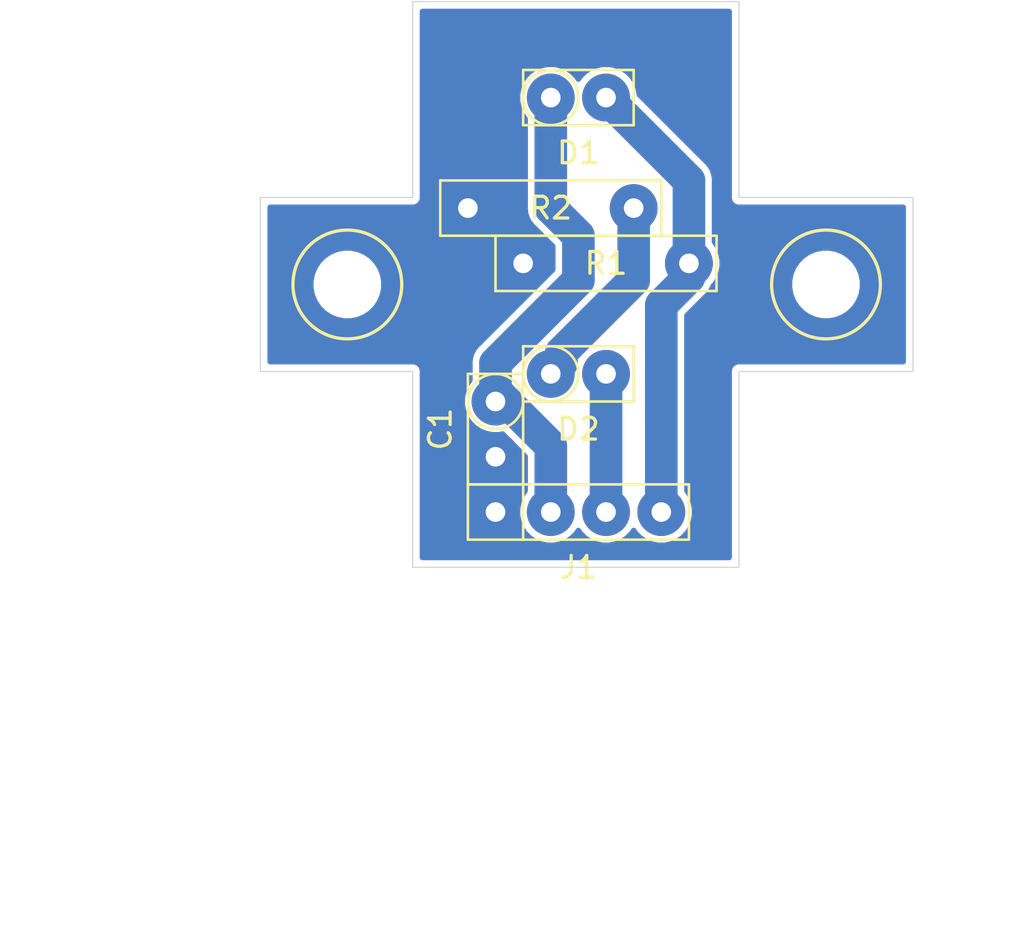
<source format=kicad_pcb>
(kicad_pcb (version 20171130) (host pcbnew "(5.1.6)-1")

  (general
    (thickness 1.6)
    (drawings 23)
    (tracks 18)
    (zones 0)
    (modules 8)
    (nets 6)
  )

  (page A4)
  (layers
    (0 F.Cu signal)
    (31 B.Cu signal)
    (32 B.Adhes user)
    (33 F.Adhes user)
    (34 B.Paste user)
    (35 F.Paste user)
    (36 B.SilkS user)
    (37 F.SilkS user)
    (38 B.Mask user)
    (39 F.Mask user)
    (40 Dwgs.User user)
    (41 Cmts.User user)
    (42 Eco1.User user)
    (43 Eco2.User user)
    (44 Edge.Cuts user)
    (45 Margin user)
    (46 B.CrtYd user)
    (47 F.CrtYd user)
    (48 B.Fab user)
    (49 F.Fab user)
  )

  (setup
    (last_trace_width 0.25)
    (user_trace_width 1)
    (user_trace_width 1.5)
    (user_trace_width 2)
    (user_trace_width 2.2)
    (trace_clearance 0.2)
    (zone_clearance 0.508)
    (zone_45_only no)
    (trace_min 0.2)
    (via_size 0.8)
    (via_drill 0.4)
    (via_min_size 0.4)
    (via_min_drill 0.3)
    (user_via 3 1)
    (user_via 6 2.5)
    (uvia_size 0.3)
    (uvia_drill 0.1)
    (uvias_allowed no)
    (uvia_min_size 0.2)
    (uvia_min_drill 0.1)
    (edge_width 0.05)
    (segment_width 0.2)
    (pcb_text_width 0.3)
    (pcb_text_size 1.5 1.5)
    (mod_edge_width 0.12)
    (mod_text_size 1 1)
    (mod_text_width 0.15)
    (pad_size 2.2 2.2)
    (pad_drill 0.9)
    (pad_to_mask_clearance 0.05)
    (aux_axis_origin 0 0)
    (visible_elements 7FFFFFFF)
    (pcbplotparams
      (layerselection 0x010fc_ffffffff)
      (usegerberextensions false)
      (usegerberattributes true)
      (usegerberadvancedattributes true)
      (creategerberjobfile true)
      (excludeedgelayer true)
      (linewidth 0.100000)
      (plotframeref false)
      (viasonmask false)
      (mode 1)
      (useauxorigin false)
      (hpglpennumber 1)
      (hpglpenspeed 20)
      (hpglpendiameter 15.000000)
      (psnegative false)
      (psa4output false)
      (plotreference true)
      (plotvalue true)
      (plotinvisibletext false)
      (padsonsilk false)
      (subtractmaskfromsilk false)
      (outputformat 1)
      (mirror false)
      (drillshape 1)
      (scaleselection 1)
      (outputdirectory ""))
  )

  (net 0 "")
  (net 1 "Net-(D1-Pad2)")
  (net 2 "Net-(D2-Pad1)")
  (net 3 "Net-(D2-Pad2)")
  (net 4 +5V)
  (net 5 GND)

  (net_class Default "This is the default net class."
    (clearance 0.2)
    (trace_width 0.25)
    (via_dia 0.8)
    (via_drill 0.4)
    (uvia_dia 0.3)
    (uvia_drill 0.1)
    (add_net +5V)
    (add_net GND)
    (add_net "Net-(D1-Pad2)")
    (add_net "Net-(D2-Pad1)")
    (add_net "Net-(D2-Pad2)")
  )

  (module 0_my_footprints:myMountingHole_2.5mm (layer F.Cu) (tedit 644966FD) (tstamp 644DC270)
    (at 4 -13)
    (descr "Mounting Hole 2.5mm, no annular")
    (tags "mounting hole 2.5mm no annular")
    (attr virtual)
    (fp_text reference REF** (at 0 -3.5) (layer B.Fab)
      (effects (font (size 1 1) (thickness 0.15)))
    )
    (fp_text value myMountingHole_2.5mm (at 0 3.5) (layer B.Fab)
      (effects (font (size 1 1) (thickness 0.15)))
    )
    (fp_circle (center 0 0) (end 2.5 0) (layer F.SilkS) (width 0.15))
    (pad 1 np_thru_hole circle (at 0 0) (size 2.5 2.5) (drill 2.5) (layers *.Cu *.Mask))
  )

  (module 0_my_footprints:myMountingHole_2.5mm (layer F.Cu) (tedit 644966FD) (tstamp 644DC269)
    (at 26 -13)
    (descr "Mounting Hole 2.5mm, no annular")
    (tags "mounting hole 2.5mm no annular")
    (attr virtual)
    (fp_text reference REF** (at 0 -3.5) (layer B.Fab)
      (effects (font (size 1 1) (thickness 0.15)))
    )
    (fp_text value myMountingHole_2.5mm (at 0 3.5) (layer B.Fab)
      (effects (font (size 1 1) (thickness 0.15)))
    )
    (fp_circle (center 0 0) (end 2.5 0) (layer F.SilkS) (width 0.15))
    (pad 1 np_thru_hole circle (at 0 0) (size 2.5 2.5) (drill 2.5) (layers *.Cu *.Mask))
  )

  (module cnc3018-PCB:my2pin (layer F.Cu) (tedit 612D2549) (tstamp 632D7142)
    (at 10.81 -7.62 270)
    (path /6167CA95)
    (fp_text reference C1 (at 1.27 2.54 90) (layer F.SilkS)
      (effects (font (size 1 1) (thickness 0.15)))
    )
    (fp_text value 100nf (at 1.27 -2.54 90) (layer F.Fab)
      (effects (font (size 1 1) (thickness 0.15)))
    )
    (fp_line (start -1.27 -1.27) (end -1.27 1.27) (layer F.SilkS) (width 0.12))
    (fp_line (start -1.27 -1.27) (end 1.27 -1.27) (layer F.SilkS) (width 0.12))
    (fp_circle (center 0 0) (end 0 -1.27) (layer F.SilkS) (width 0.12))
    (fp_line (start -1.27 1.27) (end 3.81 1.27) (layer F.SilkS) (width 0.12))
    (fp_line (start 3.81 1.27) (end 3.81 -1.27) (layer F.SilkS) (width 0.12))
    (fp_line (start 3.81 -1.27) (end 1.27 -1.27) (layer F.SilkS) (width 0.12))
    (pad 2 thru_hole circle (at 2.54 0 270) (size 2.2 2.2) (drill 0.9) (layers *.Cu *.Mask)
      (net 5 GND))
    (pad 1 thru_hole circle (at 0 0 270) (size 2.2 2.2) (drill 0.9) (layers *.Cu *.Mask)
      (net 4 +5V))
  )

  (module cnc3018-PCB:my2pin (layer F.Cu) (tedit 612D2549) (tstamp 632D7121)
    (at 13.35 -21.59)
    (path /6161B5B7)
    (fp_text reference D1 (at 1.27 2.54) (layer F.SilkS)
      (effects (font (size 1 1) (thickness 0.15)))
    )
    (fp_text value IR_Detect (at 1.27 -2.54) (layer F.Fab)
      (effects (font (size 1 1) (thickness 0.15)))
    )
    (fp_line (start 3.81 -1.27) (end 1.27 -1.27) (layer F.SilkS) (width 0.12))
    (fp_line (start 3.81 1.27) (end 3.81 -1.27) (layer F.SilkS) (width 0.12))
    (fp_line (start -1.27 1.27) (end 3.81 1.27) (layer F.SilkS) (width 0.12))
    (fp_circle (center 0 0) (end 0 -1.27) (layer F.SilkS) (width 0.12))
    (fp_line (start -1.27 -1.27) (end 1.27 -1.27) (layer F.SilkS) (width 0.12))
    (fp_line (start -1.27 -1.27) (end -1.27 1.27) (layer F.SilkS) (width 0.12))
    (pad 1 thru_hole circle (at 0 0) (size 2.2 2.2) (drill 0.9) (layers *.Cu *.Mask)
      (net 4 +5V))
    (pad 2 thru_hole circle (at 2.54 0) (size 2.2 2.2) (drill 0.9) (layers *.Cu *.Mask)
      (net 1 "Net-(D1-Pad2)"))
  )

  (module cnc3018-PCB:my2pin (layer F.Cu) (tedit 612D2549) (tstamp 632D7163)
    (at 13.35 -8.89)
    (path /6161AFC5)
    (fp_text reference D2 (at 1.27 2.54) (layer F.SilkS)
      (effects (font (size 1 1) (thickness 0.15)))
    )
    (fp_text value "IR Emit" (at 1.27 -2.54) (layer F.Fab)
      (effects (font (size 1 1) (thickness 0.15)))
    )
    (fp_line (start -1.27 -1.27) (end -1.27 1.27) (layer F.SilkS) (width 0.12))
    (fp_line (start -1.27 -1.27) (end 1.27 -1.27) (layer F.SilkS) (width 0.12))
    (fp_circle (center 0 0) (end 0 -1.27) (layer F.SilkS) (width 0.12))
    (fp_line (start -1.27 1.27) (end 3.81 1.27) (layer F.SilkS) (width 0.12))
    (fp_line (start 3.81 1.27) (end 3.81 -1.27) (layer F.SilkS) (width 0.12))
    (fp_line (start 3.81 -1.27) (end 1.27 -1.27) (layer F.SilkS) (width 0.12))
    (pad 2 thru_hole circle (at 2.54 0) (size 2.2 2.2) (drill 0.9) (layers *.Cu *.Mask)
      (net 3 "Net-(D2-Pad2)"))
    (pad 1 thru_hole circle (at 0 0) (size 2.2 2.2) (drill 0.9) (layers *.Cu *.Mask)
      (net 2 "Net-(D2-Pad1)"))
  )

  (module cnc3018-PCB:my4pin (layer F.Cu) (tedit 644F6055) (tstamp 632D7186)
    (at 10.81 -2.54)
    (path /632B96FA)
    (fp_text reference J1 (at 3.81 2.54) (layer F.SilkS)
      (effects (font (size 1 1) (thickness 0.15)))
    )
    (fp_text value "G 5 L D" (at 3.81 -2.54) (layer F.Fab)
      (effects (font (size 1 1) (thickness 0.15)))
    )
    (fp_line (start -1.27 -1.27) (end -1.27 1.27) (layer F.SilkS) (width 0.12))
    (fp_line (start -1.27 -1.27) (end 1.27 -1.27) (layer F.SilkS) (width 0.12))
    (fp_line (start 1.27 -1.27) (end 1.27 1.27) (layer F.SilkS) (width 0.12))
    (fp_line (start -1.27 1.27) (end 8.89 1.27) (layer F.SilkS) (width 0.12))
    (fp_line (start 8.89 1.27) (end 8.89 -1.27) (layer F.SilkS) (width 0.12))
    (fp_line (start 8.89 -1.27) (end 1.27 -1.27) (layer F.SilkS) (width 0.12))
    (pad 4 thru_hole circle (at 7.62 0) (size 2.2 2.2) (drill 0.9) (layers *.Cu *.Mask)
      (net 1 "Net-(D1-Pad2)"))
    (pad 3 thru_hole circle (at 5.08 0) (size 2.2 2.2) (drill 0.9) (layers *.Cu *.Mask)
      (net 3 "Net-(D2-Pad2)"))
    (pad 2 thru_hole circle (at 2.54 0) (size 2.2 2.2) (drill 0.9) (layers *.Cu *.Mask)
      (net 4 +5V))
    (pad 1 thru_hole circle (at 0 0) (size 2.2 2.2) (drill 0.9) (layers *.Cu *.Mask)
      (net 5 GND))
  )

  (module cnc3018-PCB:myResistor (layer F.Cu) (tedit 612D2591) (tstamp 632D71A9)
    (at 12.08 -13.97)
    (path /6161C310)
    (fp_text reference R1 (at 3.81 0) (layer F.SilkS)
      (effects (font (size 1 1) (thickness 0.15)))
    )
    (fp_text value 10K (at 3.81 -2.54) (layer F.Fab)
      (effects (font (size 1 1) (thickness 0.15)))
    )
    (fp_line (start -1.27 1.27) (end 8.89 1.27) (layer F.SilkS) (width 0.12))
    (fp_line (start -1.27 -1.27) (end -1.27 1.27) (layer F.SilkS) (width 0.12))
    (fp_line (start 8.89 -1.27) (end -1.27 -1.27) (layer F.SilkS) (width 0.12))
    (fp_line (start 8.89 -1.27) (end 8.89 1.27) (layer F.SilkS) (width 0.12))
    (pad 2 thru_hole circle (at 7.62 0) (size 2.2 2.2) (drill 0.9) (layers *.Cu *.Mask)
      (net 1 "Net-(D1-Pad2)"))
    (pad 1 thru_hole circle (at 0 0) (size 2.2 2.2) (drill 0.9) (layers *.Cu *.Mask)
      (net 5 GND))
  )

  (module cnc3018-PCB:myResistor (layer F.Cu) (tedit 612D2591) (tstamp 632D71C4)
    (at 17.16 -16.51 180)
    (path /6161C011)
    (fp_text reference R2 (at 3.81 0) (layer F.SilkS)
      (effects (font (size 1 1) (thickness 0.15)))
    )
    (fp_text value 100 (at 3.81 -2.54) (layer F.Fab)
      (effects (font (size 1 1) (thickness 0.15)))
    )
    (fp_line (start 8.89 -1.27) (end 8.89 1.27) (layer F.SilkS) (width 0.12))
    (fp_line (start 8.89 -1.27) (end -1.27 -1.27) (layer F.SilkS) (width 0.12))
    (fp_line (start -1.27 -1.27) (end -1.27 1.27) (layer F.SilkS) (width 0.12))
    (fp_line (start -1.27 1.27) (end 8.89 1.27) (layer F.SilkS) (width 0.12))
    (pad 1 thru_hole circle (at 0 0 180) (size 2.2 2.2) (drill 0.9) (layers *.Cu *.Mask)
      (net 2 "Net-(D2-Pad1)"))
    (pad 2 thru_hole circle (at 7.62 0 180) (size 2.2 2.2) (drill 0.9) (layers *.Cu *.Mask)
      (net 5 GND))
  )

  (gr_line (start 15.8 -22.4) (end 15.8 -20.9) (layer Dwgs.User) (width 0.15) (tstamp 6390AE7E))
  (gr_circle (center 15.8 -21.6) (end 16.4 -21) (layer Dwgs.User) (width 0.15) (tstamp 6390AE7D))
  (gr_line (start 15.1 -21.6) (end 16.5 -21.6) (layer Dwgs.User) (width 0.15) (tstamp 6390AE7C))
  (gr_line (start 15.9 -9.7) (end 15.9 -8.2) (layer Dwgs.User) (width 0.15) (tstamp 6390AE7E))
  (gr_circle (center 15.9 -8.9) (end 16.5 -8.3) (layer Dwgs.User) (width 0.15) (tstamp 6390AE7D))
  (gr_line (start 15.2 -8.9) (end 16.6 -8.9) (layer Dwgs.User) (width 0.15) (tstamp 6390AE7C))
  (gr_line (start 7 -17) (end 7 -26) (layer Edge.Cuts) (width 0.05) (tstamp 632D724E))
  (gr_line (start 0 -17) (end 7 -17) (layer Edge.Cuts) (width 0.05))
  (gr_line (start 0 -9) (end 0 -17) (layer Edge.Cuts) (width 0.05))
  (gr_line (start 7 -9) (end 0 -9) (layer Edge.Cuts) (width 0.05))
  (gr_line (start 7 0) (end 7 -9) (layer Edge.Cuts) (width 0.05))
  (gr_line (start 22 0) (end 7 0) (layer Edge.Cuts) (width 0.05))
  (gr_line (start 22 -9) (end 22 0) (layer Edge.Cuts) (width 0.05))
  (gr_line (start 30 -9) (end 22 -9) (layer Edge.Cuts) (width 0.05))
  (gr_line (start 30 -17) (end 30 -9) (layer Edge.Cuts) (width 0.05))
  (gr_line (start 22 -17) (end 30 -17) (layer Edge.Cuts) (width 0.05))
  (gr_line (start 22 -26) (end 22 -17) (layer Edge.Cuts) (width 0.05))
  (gr_line (start 7 -26) (end 22 -26) (layer Edge.Cuts) (width 0.05))
  (dimension 13 (width 0.15) (layer Dwgs.User)
    (gr_text "13.000 mm" (at -4.3 -6.5 270) (layer Dwgs.User)
      (effects (font (size 1 1) (thickness 0.15)))
    )
    (feature1 (pts (xy 4 0) (xy -3.586421 0)))
    (feature2 (pts (xy 4 -13) (xy -3.586421 -13)))
    (crossbar (pts (xy -3 -13) (xy -3 0)))
    (arrow1a (pts (xy -3 0) (xy -3.586421 -1.126504)))
    (arrow1b (pts (xy -3 0) (xy -2.413579 -1.126504)))
    (arrow2a (pts (xy -3 -13) (xy -3.586421 -11.873496)))
    (arrow2b (pts (xy -3 -13) (xy -2.413579 -11.873496)))
  )
  (dimension 26 (width 0.15) (layer Dwgs.User)
    (gr_text "26.000 mm" (at -8.3 -13 90) (layer Dwgs.User)
      (effects (font (size 1 1) (thickness 0.15)))
    )
    (feature1 (pts (xy 7 -26) (xy -7.586421 -26)))
    (feature2 (pts (xy 7 0) (xy -7.586421 0)))
    (crossbar (pts (xy -7 0) (xy -7 -26)))
    (arrow1a (pts (xy -7 -26) (xy -6.413579 -24.873496)))
    (arrow1b (pts (xy -7 -26) (xy -7.586421 -24.873496)))
    (arrow2a (pts (xy -7 0) (xy -6.413579 -1.126504)))
    (arrow2b (pts (xy -7 0) (xy -7.586421 -1.126504)))
  )
  (dimension 30 (width 0.15) (layer Dwgs.User)
    (gr_text "30.000 mm" (at 15 18.3) (layer Dwgs.User)
      (effects (font (size 1 1) (thickness 0.15)))
    )
    (feature1 (pts (xy 30 -9) (xy 30 17.586421)))
    (feature2 (pts (xy 0 -9) (xy 0 17.586421)))
    (crossbar (pts (xy 0 17) (xy 30 17)))
    (arrow1a (pts (xy 30 17) (xy 28.873496 17.586421)))
    (arrow1b (pts (xy 30 17) (xy 28.873496 16.413579)))
    (arrow2a (pts (xy 0 17) (xy 1.126504 17.586421)))
    (arrow2b (pts (xy 0 17) (xy 1.126504 16.413579)))
  )
  (dimension 22 (width 0.15) (layer Dwgs.User)
    (gr_text "22.000 mm" (at 15 13.3) (layer Dwgs.User)
      (effects (font (size 1 1) (thickness 0.15)))
    )
    (feature1 (pts (xy 26 -13) (xy 26 12.586421)))
    (feature2 (pts (xy 4 -13) (xy 4 12.586421)))
    (crossbar (pts (xy 4 12) (xy 26 12)))
    (arrow1a (pts (xy 26 12) (xy 24.873496 12.586421)))
    (arrow1b (pts (xy 26 12) (xy 24.873496 11.413579)))
    (arrow2a (pts (xy 4 12) (xy 5.126504 12.586421)))
    (arrow2b (pts (xy 4 12) (xy 5.126504 11.413579)))
  )
  (dimension 15 (width 0.15) (layer Dwgs.User) (tstamp 632D71DB)
    (gr_text "15.000 mm" (at 14.5 6.38) (layer Dwgs.User) (tstamp 632D71DB)
      (effects (font (size 1 1) (thickness 0.15)))
    )
    (feature1 (pts (xy 22 0) (xy 22 5.666421)))
    (feature2 (pts (xy 7 0) (xy 7 5.666421)))
    (crossbar (pts (xy 7 5.08) (xy 22 5.08)))
    (arrow1a (pts (xy 22 5.08) (xy 20.873496 5.666421)))
    (arrow1b (pts (xy 22 5.08) (xy 20.873496 4.493579)))
    (arrow2a (pts (xy 7 5.08) (xy 8.126504 5.666421)))
    (arrow2b (pts (xy 7 5.08) (xy 8.126504 4.493579)))
  )

  (segment (start 19.7 -13.329825) (end 19.7 -13.97) (width 1.5) (layer B.Cu) (net 1) (tstamp 632D71F8))
  (segment (start 18.43 -12.059825) (end 19.7 -13.329825) (width 1.5) (layer B.Cu) (net 1) (tstamp 632D7204))
  (segment (start 18.43 -2.54) (end 18.43 -12.059825) (width 1.5) (layer B.Cu) (net 1) (tstamp 632D71EF))
  (segment (start 19.7 -17.78) (end 15.89 -21.59) (width 1.5) (layer B.Cu) (net 1) (tstamp 632D7201))
  (segment (start 19.7 -13.97) (end 19.7 -17.78) (width 1.5) (layer B.Cu) (net 1) (tstamp 632D71FE))
  (segment (start 13.839999 -9.874001) (end 17.16 -13.194002) (width 1.5) (layer B.Cu) (net 2) (tstamp 632D71F5))
  (segment (start 13.839999 -9.379999) (end 13.839999 -9.874001) (width 1.5) (layer B.Cu) (net 2) (tstamp 632D71F2))
  (segment (start 17.16 -13.194002) (end 17.16 -16.51) (width 1.5) (layer B.Cu) (net 2) (tstamp 632D71EC))
  (segment (start 13.35 -8.89) (end 13.839999 -9.379999) (width 1.5) (layer B.Cu) (net 2) (tstamp 632D71E3))
  (segment (start 15.89 -2.54) (end 15.89 -8.89) (width 1.5) (layer B.Cu) (net 3) (tstamp 632D71FB))
  (segment (start 13.35 -16.51) (end 13.35 -21.59) (width 1.5) (layer B.Cu) (net 4) (tstamp 632D71E9))
  (segment (start 14.62 -13.194002) (end 14.62 -15.24) (width 1.5) (layer B.Cu) (net 4) (tstamp 632D71E6))
  (segment (start 10.81 -8.114002) (end 10.81 -9.384002) (width 1.5) (layer B.Cu) (net 4) (tstamp 632D71E0))
  (segment (start 14.62 -15.24) (end 13.35 -16.51) (width 1.5) (layer B.Cu) (net 4) (tstamp 632D7210))
  (segment (start 10.81 -9.384002) (end 14.62 -13.194002) (width 1.5) (layer B.Cu) (net 4) (tstamp 632D720A))
  (segment (start 13.35 -5.574002) (end 11.304002 -7.62) (width 1.5) (layer B.Cu) (net 4) (tstamp 632D7207))
  (segment (start 11.304002 -7.62) (end 10.81 -7.62) (width 1.5) (layer B.Cu) (net 4) (tstamp 632D720D))
  (segment (start 13.35 -2.54) (end 13.35 -5.574002) (width 1.5) (layer B.Cu) (net 4) (tstamp 632D7213))

  (zone (net 5) (net_name GND) (layer B.Cu) (tstamp 632D71D7) (hatch edge 0.508)
    (connect_pads yes (clearance 0.3))
    (min_thickness 0.25)
    (fill yes (arc_segments 32) (thermal_gap 0.508) (thermal_bridge_width 0.508))
    (polygon
      (pts
        (xy 22 -17) (xy 30 -17) (xy 30 -9) (xy 22 -9) (xy 22 0)
        (xy 7 0) (xy 7 -9) (xy 0 -9) (xy 0 -17) (xy 7 -17)
        (xy 7 -26) (xy 22 -26)
      )
    )
    (filled_polygon
      (pts
        (xy 21.550001 -17.022115) (xy 21.547823 -17) (xy 21.556511 -16.911785) (xy 21.582243 -16.826959) (xy 21.624029 -16.748784)
        (xy 21.680263 -16.680263) (xy 21.748784 -16.624029) (xy 21.826959 -16.582243) (xy 21.911785 -16.556511) (xy 21.977895 -16.55)
        (xy 21.977896 -16.55) (xy 22 -16.547823) (xy 22.022105 -16.55) (xy 29.55 -16.55) (xy 29.550001 -9.45)
        (xy 22.022104 -9.45) (xy 22 -9.452177) (xy 21.977895 -9.45) (xy 21.911785 -9.443489) (xy 21.826959 -9.417757)
        (xy 21.748784 -9.375971) (xy 21.680263 -9.319737) (xy 21.624029 -9.251216) (xy 21.582243 -9.173041) (xy 21.556511 -9.088215)
        (xy 21.547823 -9) (xy 21.55 -8.977896) (xy 21.550001 -0.45) (xy 7.45 -0.45) (xy 7.45 -7.770199)
        (xy 9.285 -7.770199) (xy 9.285 -7.469801) (xy 9.343605 -7.175174) (xy 9.458562 -6.897642) (xy 9.625455 -6.647869)
        (xy 9.837869 -6.435455) (xy 10.087642 -6.268562) (xy 10.365174 -6.153605) (xy 10.659801 -6.095) (xy 10.960199 -6.095)
        (xy 11.132941 -6.129361) (xy 12.175001 -5.0873) (xy 12.175 -3.521676) (xy 12.165455 -3.512131) (xy 11.998562 -3.262358)
        (xy 11.883605 -2.984826) (xy 11.825 -2.690199) (xy 11.825 -2.389801) (xy 11.883605 -2.095174) (xy 11.998562 -1.817642)
        (xy 12.165455 -1.567869) (xy 12.377869 -1.355455) (xy 12.627642 -1.188562) (xy 12.905174 -1.073605) (xy 13.199801 -1.015)
        (xy 13.500199 -1.015) (xy 13.794826 -1.073605) (xy 14.072358 -1.188562) (xy 14.322131 -1.355455) (xy 14.534545 -1.567869)
        (xy 14.62 -1.695761) (xy 14.705455 -1.567869) (xy 14.917869 -1.355455) (xy 15.167642 -1.188562) (xy 15.445174 -1.073605)
        (xy 15.739801 -1.015) (xy 16.040199 -1.015) (xy 16.334826 -1.073605) (xy 16.612358 -1.188562) (xy 16.862131 -1.355455)
        (xy 17.074545 -1.567869) (xy 17.16 -1.695761) (xy 17.245455 -1.567869) (xy 17.457869 -1.355455) (xy 17.707642 -1.188562)
        (xy 17.985174 -1.073605) (xy 18.279801 -1.015) (xy 18.580199 -1.015) (xy 18.874826 -1.073605) (xy 19.152358 -1.188562)
        (xy 19.402131 -1.355455) (xy 19.614545 -1.567869) (xy 19.781438 -1.817642) (xy 19.896395 -2.095174) (xy 19.955 -2.389801)
        (xy 19.955 -2.690199) (xy 19.896395 -2.984826) (xy 19.781438 -3.262358) (xy 19.614545 -3.512131) (xy 19.605 -3.521676)
        (xy 19.605 -11.573125) (xy 20.49004 -12.458164) (xy 20.53487 -12.494955) (xy 20.681704 -12.673872) (xy 20.790811 -12.877996)
        (xy 20.802193 -12.915517) (xy 20.884545 -12.997869) (xy 20.9962 -13.164973) (xy 24.325 -13.164973) (xy 24.325 -12.835027)
        (xy 24.389369 -12.51142) (xy 24.515634 -12.20659) (xy 24.698942 -11.932249) (xy 24.932249 -11.698942) (xy 25.20659 -11.515634)
        (xy 25.51142 -11.389369) (xy 25.835027 -11.325) (xy 26.164973 -11.325) (xy 26.48858 -11.389369) (xy 26.79341 -11.515634)
        (xy 27.067751 -11.698942) (xy 27.301058 -11.932249) (xy 27.484366 -12.20659) (xy 27.610631 -12.51142) (xy 27.675 -12.835027)
        (xy 27.675 -13.164973) (xy 27.610631 -13.48858) (xy 27.484366 -13.79341) (xy 27.301058 -14.067751) (xy 27.067751 -14.301058)
        (xy 26.79341 -14.484366) (xy 26.48858 -14.610631) (xy 26.164973 -14.675) (xy 25.835027 -14.675) (xy 25.51142 -14.610631)
        (xy 25.20659 -14.484366) (xy 24.932249 -14.301058) (xy 24.698942 -14.067751) (xy 24.515634 -13.79341) (xy 24.389369 -13.48858)
        (xy 24.325 -13.164973) (xy 20.9962 -13.164973) (xy 21.051438 -13.247642) (xy 21.166395 -13.525174) (xy 21.225 -13.819801)
        (xy 21.225 -14.120199) (xy 21.166395 -14.414826) (xy 21.051438 -14.692358) (xy 20.884545 -14.942131) (xy 20.875 -14.951676)
        (xy 20.875 -17.722288) (xy 20.880684 -17.78) (xy 20.875 -17.837712) (xy 20.875 -17.83772) (xy 20.857998 -18.01034)
        (xy 20.85443 -18.022104) (xy 20.790811 -18.231829) (xy 20.681703 -18.435954) (xy 20.571664 -18.570037) (xy 20.571662 -18.570039)
        (xy 20.53487 -18.61487) (xy 20.490039 -18.651662) (xy 17.415 -21.7267) (xy 17.415 -21.740199) (xy 17.356395 -22.034826)
        (xy 17.241438 -22.312358) (xy 17.074545 -22.562131) (xy 16.862131 -22.774545) (xy 16.612358 -22.941438) (xy 16.334826 -23.056395)
        (xy 16.040199 -23.115) (xy 15.739801 -23.115) (xy 15.445174 -23.056395) (xy 15.167642 -22.941438) (xy 14.917869 -22.774545)
        (xy 14.705455 -22.562131) (xy 14.62 -22.434239) (xy 14.534545 -22.562131) (xy 14.322131 -22.774545) (xy 14.072358 -22.941438)
        (xy 13.794826 -23.056395) (xy 13.500199 -23.115) (xy 13.199801 -23.115) (xy 12.905174 -23.056395) (xy 12.627642 -22.941438)
        (xy 12.377869 -22.774545) (xy 12.165455 -22.562131) (xy 11.998562 -22.312358) (xy 11.883605 -22.034826) (xy 11.825 -21.740199)
        (xy 11.825 -21.439801) (xy 11.883605 -21.145174) (xy 11.998562 -20.867642) (xy 12.165455 -20.617869) (xy 12.175001 -20.608323)
        (xy 12.175 -16.567712) (xy 12.169316 -16.51) (xy 12.175 -16.452288) (xy 12.175 -16.452281) (xy 12.192002 -16.279661)
        (xy 12.259189 -16.058172) (xy 12.368296 -15.854048) (xy 12.51513 -15.67513) (xy 12.559966 -15.638334) (xy 13.445001 -14.753299)
        (xy 13.445 -13.680703) (xy 10.019962 -10.255664) (xy 9.975131 -10.218872) (xy 9.938339 -10.174041) (xy 9.938336 -10.174038)
        (xy 9.834898 -10.047998) (xy 9.828297 -10.039955) (xy 9.719189 -9.835831) (xy 9.652002 -9.614342) (xy 9.635 -9.441722)
        (xy 9.635 -9.441714) (xy 9.629316 -9.384002) (xy 9.635 -9.32629) (xy 9.635 -8.601676) (xy 9.625455 -8.592131)
        (xy 9.458562 -8.342358) (xy 9.343605 -8.064826) (xy 9.285 -7.770199) (xy 7.45 -7.770199) (xy 7.45 -8.977896)
        (xy 7.452177 -9) (xy 7.443489 -9.088215) (xy 7.417757 -9.173041) (xy 7.375971 -9.251216) (xy 7.319737 -9.319737)
        (xy 7.251216 -9.375971) (xy 7.173041 -9.417757) (xy 7.088215 -9.443489) (xy 7.022105 -9.45) (xy 7 -9.452177)
        (xy 6.977896 -9.45) (xy 0.45 -9.45) (xy 0.45 -13.164973) (xy 2.325 -13.164973) (xy 2.325 -12.835027)
        (xy 2.389369 -12.51142) (xy 2.515634 -12.20659) (xy 2.698942 -11.932249) (xy 2.932249 -11.698942) (xy 3.20659 -11.515634)
        (xy 3.51142 -11.389369) (xy 3.835027 -11.325) (xy 4.164973 -11.325) (xy 4.48858 -11.389369) (xy 4.79341 -11.515634)
        (xy 5.067751 -11.698942) (xy 5.301058 -11.932249) (xy 5.484366 -12.20659) (xy 5.610631 -12.51142) (xy 5.675 -12.835027)
        (xy 5.675 -13.164973) (xy 5.610631 -13.48858) (xy 5.484366 -13.79341) (xy 5.301058 -14.067751) (xy 5.067751 -14.301058)
        (xy 4.79341 -14.484366) (xy 4.48858 -14.610631) (xy 4.164973 -14.675) (xy 3.835027 -14.675) (xy 3.51142 -14.610631)
        (xy 3.20659 -14.484366) (xy 2.932249 -14.301058) (xy 2.698942 -14.067751) (xy 2.515634 -13.79341) (xy 2.389369 -13.48858)
        (xy 2.325 -13.164973) (xy 0.45 -13.164973) (xy 0.45 -16.55) (xy 6.977895 -16.55) (xy 7 -16.547823)
        (xy 7.022104 -16.55) (xy 7.022105 -16.55) (xy 7.088215 -16.556511) (xy 7.173041 -16.582243) (xy 7.251216 -16.624029)
        (xy 7.319737 -16.680263) (xy 7.375971 -16.748784) (xy 7.417757 -16.826959) (xy 7.443489 -16.911785) (xy 7.452177 -17)
        (xy 7.45 -17.022105) (xy 7.45 -25.55) (xy 21.55 -25.55)
      )
    )
  )
)

</source>
